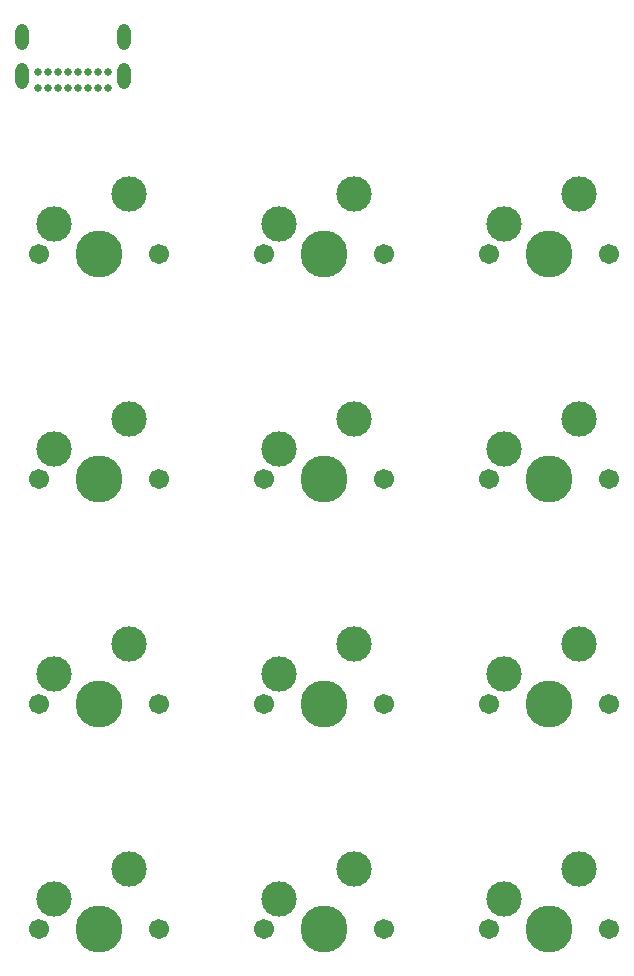
<source format=gbr>
%TF.GenerationSoftware,KiCad,Pcbnew,(5.1.10)-1*%
%TF.CreationDate,2021-10-04T19:32:16-04:00*%
%TF.ProjectId,macropad,6d616372-6f70-4616-942e-6b696361645f,rev?*%
%TF.SameCoordinates,Original*%
%TF.FileFunction,Soldermask,Top*%
%TF.FilePolarity,Negative*%
%FSLAX46Y46*%
G04 Gerber Fmt 4.6, Leading zero omitted, Abs format (unit mm)*
G04 Created by KiCad (PCBNEW (5.1.10)-1) date 2021-10-04 19:32:16*
%MOMM*%
%LPD*%
G01*
G04 APERTURE LIST*
%ADD10C,1.701800*%
%ADD11C,3.987800*%
%ADD12C,3.000000*%
%ADD13C,0.650000*%
%ADD14O,1.108000X2.216000*%
G04 APERTURE END LIST*
D10*
%TO.C,SW12*%
X135572500Y-134937500D03*
X145732500Y-134937500D03*
D11*
X140652500Y-134937500D03*
D12*
X136842500Y-132397500D03*
X143192500Y-129857500D03*
%TD*%
D10*
%TO.C,SW11*%
X154622500Y-134937500D03*
X164782500Y-134937500D03*
D11*
X159702500Y-134937500D03*
D12*
X155892500Y-132397500D03*
X162242500Y-129857500D03*
%TD*%
D10*
%TO.C,SW10*%
X173672500Y-134937500D03*
X183832500Y-134937500D03*
D11*
X178752500Y-134937500D03*
D12*
X174942500Y-132397500D03*
X181292500Y-129857500D03*
%TD*%
D10*
%TO.C,SW9*%
X135572500Y-115887500D03*
X145732500Y-115887500D03*
D11*
X140652500Y-115887500D03*
D12*
X136842500Y-113347500D03*
X143192500Y-110807500D03*
%TD*%
D10*
%TO.C,SW8*%
X154622500Y-115887500D03*
X164782500Y-115887500D03*
D11*
X159702500Y-115887500D03*
D12*
X155892500Y-113347500D03*
X162242500Y-110807500D03*
%TD*%
D10*
%TO.C,SW7*%
X173672500Y-115887500D03*
X183832500Y-115887500D03*
D11*
X178752500Y-115887500D03*
D12*
X174942500Y-113347500D03*
X181292500Y-110807500D03*
%TD*%
D10*
%TO.C,SW6*%
X135572500Y-96837500D03*
X145732500Y-96837500D03*
D11*
X140652500Y-96837500D03*
D12*
X136842500Y-94297500D03*
X143192500Y-91757500D03*
%TD*%
D10*
%TO.C,SW5*%
X154622500Y-96837500D03*
X164782500Y-96837500D03*
D11*
X159702500Y-96837500D03*
D12*
X155892500Y-94297500D03*
X162242500Y-91757500D03*
%TD*%
D10*
%TO.C,SW4*%
X173672500Y-96837500D03*
X183832500Y-96837500D03*
D11*
X178752500Y-96837500D03*
D12*
X174942500Y-94297500D03*
X181292500Y-91757500D03*
%TD*%
D10*
%TO.C,SW3*%
X135572500Y-77787500D03*
X145732500Y-77787500D03*
D11*
X140652500Y-77787500D03*
D12*
X136842500Y-75247500D03*
X143192500Y-72707500D03*
%TD*%
D10*
%TO.C,SW2*%
X154622500Y-77787500D03*
X164782500Y-77787500D03*
D11*
X159702500Y-77787500D03*
D12*
X155892500Y-75247500D03*
X162242500Y-72707500D03*
%TD*%
D10*
%TO.C,SW1*%
X173672500Y-77787500D03*
X183832500Y-77787500D03*
D11*
X178752500Y-77787500D03*
D12*
X174942500Y-75247500D03*
X181292500Y-72707500D03*
%TD*%
D13*
%TO.C,J1*%
X141405000Y-63715000D03*
X140555000Y-63715000D03*
X139705000Y-63715000D03*
X138855000Y-63715000D03*
X138005000Y-63715000D03*
X137155000Y-63715000D03*
X136305000Y-63715000D03*
X135455000Y-63715000D03*
X135455000Y-62365000D03*
X136305000Y-62365000D03*
X137155000Y-62365000D03*
X138005000Y-62365000D03*
X138855000Y-62365000D03*
X139705000Y-62365000D03*
X140555000Y-62365000D03*
X141405000Y-62365000D03*
D14*
X142755000Y-62735000D03*
X134105000Y-62735000D03*
X134105000Y-59355000D03*
X142755000Y-59355000D03*
%TD*%
M02*

</source>
